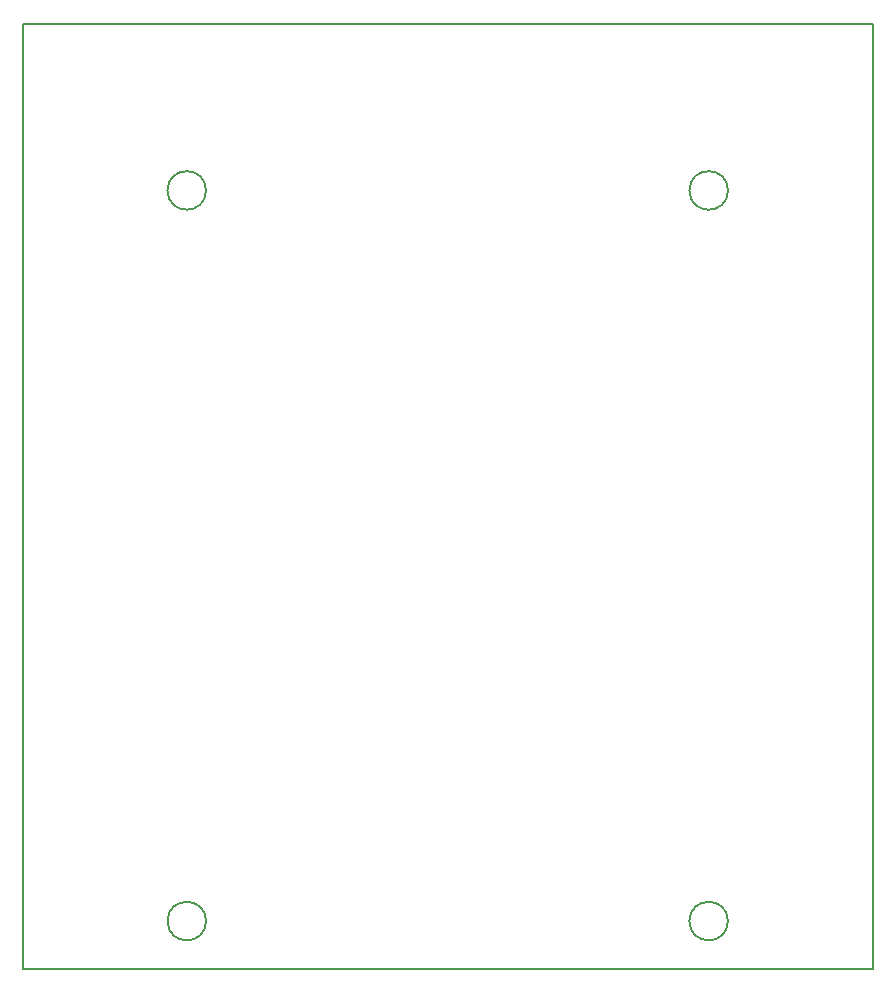
<source format=gbr>
%TF.GenerationSoftware,KiCad,Pcbnew,(5.1.7)-1*%
%TF.CreationDate,2021-04-25T20:46:05-04:00*%
%TF.ProjectId,rev2,72657632-2e6b-4696-9361-645f70636258,rev?*%
%TF.SameCoordinates,Original*%
%TF.FileFunction,Profile,NP*%
%FSLAX46Y46*%
G04 Gerber Fmt 4.6, Leading zero omitted, Abs format (unit mm)*
G04 Created by KiCad (PCBNEW (5.1.7)-1) date 2021-04-25 20:46:05*
%MOMM*%
%LPD*%
G01*
G04 APERTURE LIST*
%TA.AperFunction,Profile*%
%ADD10C,0.200000*%
%TD*%
G04 APERTURE END LIST*
D10*
X120116981Y-51366293D02*
G75*
G03*
X120116981Y-51366293I-1631950J0D01*
G01*
X164304980Y-51366293D02*
G75*
G03*
X164304980Y-51366293I-1631950J0D01*
G01*
X104578841Y-37296961D02*
X176578839Y-37296961D01*
X176578839Y-37296961D02*
X176578839Y-117296961D01*
X104578841Y-117296961D02*
X104578841Y-37296961D01*
X176578839Y-117296961D02*
X104578841Y-117296961D01*
X120116981Y-113228293D02*
G75*
G03*
X120116981Y-113228293I-1631950J0D01*
G01*
X164304980Y-113228293D02*
G75*
G03*
X164304980Y-113228293I-1631950J0D01*
G01*
M02*

</source>
